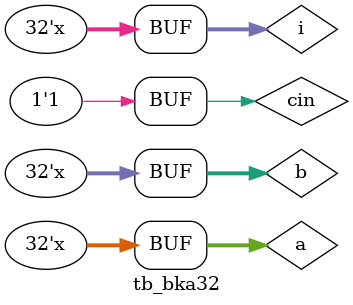
<source format=v>
`timescale 1ns / 1ps


module tb_bka32();

    // Inputs
    reg [31:0] a;
    reg [31:0] b;
    reg cin;

    // Outputs
    wire [31:0] sum;
    wire cout;
    wire [31:0] c;

    brent_kung_add_32bit dut(a,b,cin,sum,cout,c);

    integer i = 100000;
 
    initial begin
    // Initialize Inputs
    a = 32'd0;
    b = 32'd0;
    cin = 1'd0;
    end
    
    
    always begin
    
    #50 a = 32'd 27794585;
    b=32'd67769764;
    cin=0;
    
    #50 a =32'd 5734568;
 	b=32'd90867565;
  	cin=1;
    
    #50 a =32'b00111111111111111111111111111111;
	b=32'b00111111111111111111111111111111;
    cin=0;
    
    #50 a=32'd946878;
  	b=32'd4223357;
 	cin=1;
    
    // Add stimulus here
    #50
  	a = 32'hffffffff;
	b = 32'b1;
    cin=0;
    
    #50
  	a = 32'hf0000001;
	b = 32'hfffffff0;
    cin=0;
    
    #50 
    i = i+1;
    a = i*10;
    b = i;
    cin = 0;
  
    #50 
    i = i + 1;
    a = i * 10;
 	b = i * 100;
  	cin = 1;
    
    end

endmodule

</source>
